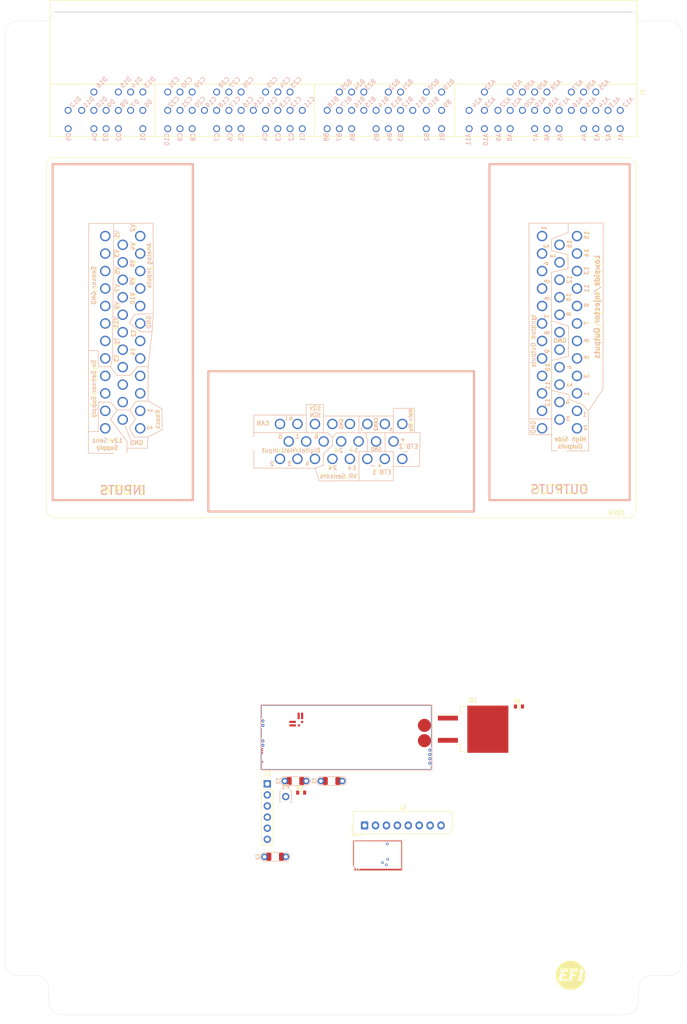
<source format=kicad_pcb>
(kicad_pcb (version 20210824) (generator pcbnew)
  (title_block (title "proteusOBD2Ahonda") (date "2021-10-26") (rev "a"))
  (layers (0 "F.Cu" signal) (31 "B.Cu" signal) (34 "B.Paste" user) (35 "F.Paste" user) (36 "B.SilkS" user "B.Silkscreen") (37 "F.SilkS" user "F.Silkscreen") (38 "B.Mask" user) (39 "F.Mask" user) (44 "Edge.Cuts" user))
  (net 0 "")
  (net 1 "GND")
  (net 2 "/12V_MR")
  (net 3 "Net-(J3-Pad1)")
  (net 4 "Net-(J3-Pad2)")
  (net 5 "Net-(J3-Pad4)")
  (net 6 "Net-(J3-Pad5)")
  (net 7 "/OUT_IGN1")
  (net 8 "Net-(Q1-Pad1)")
  (net 9 "/GATE_IGN1")
  (net 12 "Net-(M1-PadW2)")
  (net 13 "Net-(M1-PadW3)")
  (net 14 "Net-(M1-PadW4)")
  (net 15 "/HV1")
  (net 16 "/WBO_H-")
  (net 17 "/WBO_R_Trim")
  (net 18 "/WBO_Ip")
  (net 19 "/WBO_Vs{slash}Ip")
  (net 20 "/WBO_Vs")
  (net 21 "Net-(M1-PadJ1)")
  (net 22 "/5V_SENSOR_2")
  (footprint "hellen-one-common:R0603" (layer "F.Cu") (at 172.66 207.246595)
    (fp_text reference "R1")
    (fp_text value "Res" hide)
  )
  (footprint "kicad6-libraries:rusefi_logo" (layer "F.Cu") (at 184.5 268.8)
    (fp_text reference "G1" hide)
    (fp_text value "RUSEFI_LOGO" hide)
  )
  (footprint "MountingHole:MountingHole_4.3mm_M4" (layer "F.Cu") (at 132.5 273.8)
    (fp_text reference "H3" hide)
    (fp_text value "MountingHole")
  )
  (footprint "hellen-one-common:PAD-TH" (layer "F.Cu") (at 119.26 227.87)
    (fp_text reference "P1")
    (fp_text value "Pad" hide)
  )
  (footprint "MountingHole:MountingHole_4.3mm_M4" (layer "F.Cu") (at 60 174.8)
    (fp_text reference "H8" hide)
    (fp_text value "MountingHole")
  )
  (footprint "MountingHole:MountingHole_4.3mm_M4" (layer "F.Cu") (at 59 64.6)
    (fp_text reference "H2" hide)
    (fp_text value "MountingHole")
  )
  (footprint "hellen-one-common:PAD-1206-PAD" (layer "F.Cu") (at 129.76 224.3)
    (fp_text reference "F1")
    (fp_text value "Fuse-Pad-Pad" hide)
  )
  (footprint "MountingHole:MountingHole_4.3mm_M4" (layer "F.Cu") (at 205 261.8)
    (fp_text reference "H7" hide)
    (fp_text value "MountingHole")
  )
  (footprint "hellen-one-wbo-0.2:wbo" (layer "F.Cu") (at 113.47 221.87)
    (fp_text reference "M1" hide)
    (fp_text value "Module-wbo-0.2" hide)
  )
  (footprint "hellen-one-can-0.1:can" (layer "F.Cu") (at 134.595 244.881675)
    (fp_text reference "M2" hide)
    (fp_text value "Module-can-0.1" hide)
  )
  (footprint "kicad6-libraries:proteus" (layer "F.Cu") (at 199.45 81.624999 180)
    (fp_text reference "BRD1")
    (fp_text value "proteus")
  )
  (footprint "hellen-one-common:PAD-1206-PAD" (layer "F.Cu") (at 116.85 241.65)
    (fp_text reference "F2")
    (fp_text value "Fuse-Pad-Pad" hide)
  )
  (footprint "hellen-one-common:R0603" (layer "F.Cu") (at 122.8 226.956595)
    (fp_text reference "R2")
    (fp_text value "Res" hide)
  )
  (footprint "MountingHole:MountingHole_4.3mm_M4" (layer "F.Cu") (at 205 174.8)
    (fp_text reference "H1" hide)
    (fp_text value "MountingHole")
  )
  (footprint "MountingHole:MountingHole_4.3mm_M4" (layer "F.Cu") (at 59 261.8)
    (fp_text reference "H5" hide)
    (fp_text value "MountingHole")
  )
  (footprint "kicad6-libraries:TE_179686-6_104pin_Connector" (layer "F.Cu") (at 131.55 75)
    (fp_text reference "J1")
    (fp_text value "TE_179686-6_104pin_Connector")
  )
  (footprint "hellen-one-common:PAD-1206-PAD" (layer "F.Cu") (at 121.5 224.3)
    (fp_text reference "F3")
    (fp_text value "Fuse-Pad-Pad" hide)
  )
  (footprint "MountingHole:MountingHole_4.3mm_M4" (layer "F.Cu") (at 206 64.6)
    (fp_text reference "H6" hide)
    (fp_text value "MountingHole")
  )
  (footprint "Connector_PinHeader_2.54mm:PinHeader_1x06_P2.54mm_Vertical" (layer "F.Cu") (at 115.045 224.945)
    (fp_text reference "J3")
    (fp_text value "Conn_01x06")
  )
  (footprint "MountingHole:MountingHole_4.3mm_M4" (layer "F.Cu") (at 132.5 174.8)
    (fp_text reference "H4" hide)
    (fp_text value "MountingHole")
  )
  (footprint "Package_TO_SOT_SMD:TO-263-2" (layer "F.Cu") (at 162.165 212.445)
    (fp_text reference "Q1")
    (fp_text value "Q_NIGBT_GCE")
  )
  (footprint "hellen-one-common:XH-8A" (layer "F.Cu") (at 146.07 233.370001)
    (fp_text reference "J2")
    (fp_text value "Conn_01x08")
  )
  (gr_arc (start 62 271.8) (end 62 268.8) (angle 90) (layer "Edge.Cuts") (width 0.05))
  (gr_arc (start 66.5 49.3) (end 66.5 48.3) (angle -90) (layer "Edge.Cuts") (width 0.05))
  (gr_arc (start 64.5 49.3) (end 65.5 49.3) (angle 90) (layer "Edge.Cuts") (width 0.05))
  (gr_line (start 200 271.8) (end 200 274.8) (layer "Edge.Cuts") (width 0.05))
  (gr_line (start 58 268.8) (end 62 268.8) (layer "Edge.Cuts") (width 0.05))
  (gr_line (start 68 277.8) (end 197 277.8) (layer "Edge.Cuts") (width 0.05))
  (gr_arc (start 207 53.3) (end 207 50.3) (angle 90) (layer "Edge.Cuts") (width 0.05))
  (gr_line (start 64.5 50.3) (end 58 50.3) (layer "Edge.Cuts") (width 0.05))
  (gr_line (start 207 268.8) (end 203 268.8) (layer "Edge.Cuts") (width 0.05))
  (gr_arc (start 58 53.3) (end 58 50.3) (angle -90) (layer "Edge.Cuts") (width 0.05))
  (gr_arc (start 200.5 49.3) (end 199.5 49.3) (angle -90) (layer "Edge.Cuts") (width 0.05))
  (gr_line (start 65 271.8) (end 65 274.8) (layer "Edge.Cuts") (width 0.05))
  (gr_arc (start 68 274.8) (end 65 274.8) (angle -90) (layer "Edge.Cuts") (width 0.05))
  (gr_arc (start 58 265.8) (end 55 265.8) (angle -90) (layer "Edge.Cuts") (width 0.05))
  (gr_arc (start 197 274.8) (end 200 274.8) (angle 90) (layer "Edge.Cuts") (width 0.05))
  (gr_line (start 200.5 50.3) (end 207 50.3) (layer "Edge.Cuts") (width 0.05))
  (gr_arc (start 207 265.8) (end 210 265.8) (angle 90) (layer "Edge.Cuts") (width 0.05))
  (gr_line (start 55 53.3) (end 55 265.8) (layer "Edge.Cuts") (width 0.05))
  (gr_arc (start 203 271.8) (end 203 268.8) (angle -90) (layer "Edge.Cuts") (width 0.05))
  (gr_arc (start 198.5 49.3) (end 198.5 48.3) (angle 90) (layer "Edge.Cuts") (width 0.05))
  (gr_line (start 66.5 48.3) (end 198.5 48.3) (layer "Edge.Cuts") (width 0.2))
  (gr_line (start 210 53.3) (end 210 265.8) (layer "Edge.Cuts") (width 0.05))
)
</source>
